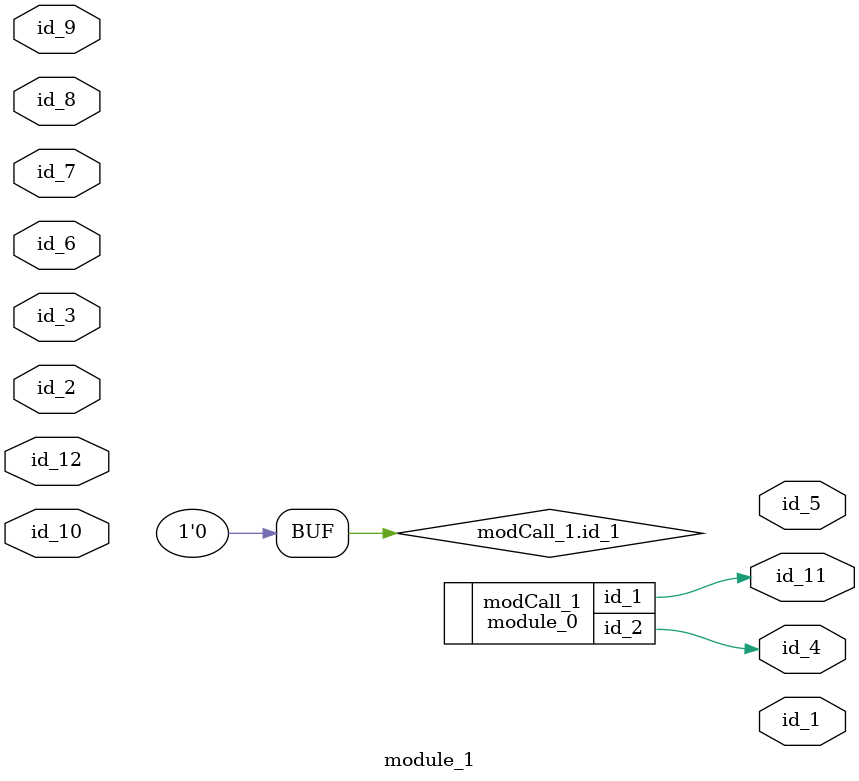
<source format=v>
module module_0 (
    id_1,
    id_2
);
  output wire id_2;
  output tri id_1;
  assign id_1 = -1;
endmodule
module module_1 (
    id_1,
    id_2,
    id_3,
    id_4,
    id_5,
    id_6,
    id_7,
    id_8,
    id_9,
    id_10,
    id_11,
    id_12
);
  inout wire id_12;
  output wire id_11;
  inout wire id_10;
  input wire id_9;
  input wire id_8;
  module_0 modCall_1 (
      id_11,
      id_4
  );
  assign modCall_1.id_1 = 0;
  input wire id_7;
  inout wire id_6;
  output wire id_5;
  output wire id_4;
  inout wire id_3;
  inout wire id_2;
  output wire id_1;
  wire id_13;
endmodule

</source>
